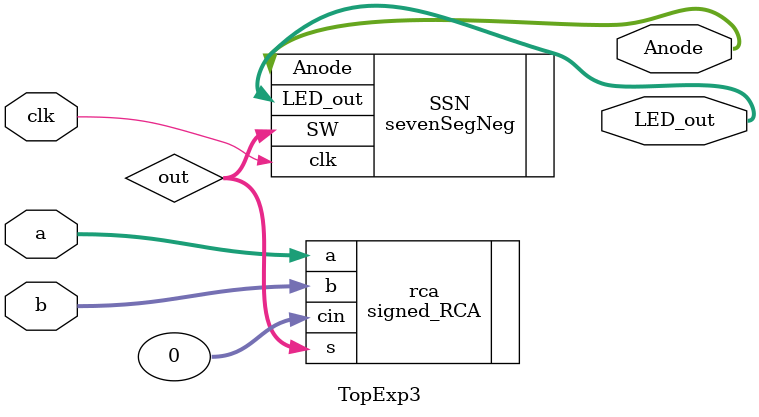
<source format=v>
`timescale 1ns / 1ps


module TopExp3(
        input clk,
        input [7:0]a,
        input [7:0]b, 
        output  [3:0] Anode,
        output  [6:0] LED_out
    );
    wire[7:0] out;
    signed_RCA  rca(.a(a), .b(b),.cin(0), .s(out));
    sevenSegNeg SSN(.clk(clk), .SW(out), .Anode(Anode), .LED_out(LED_out));  
    
endmodule

</source>
